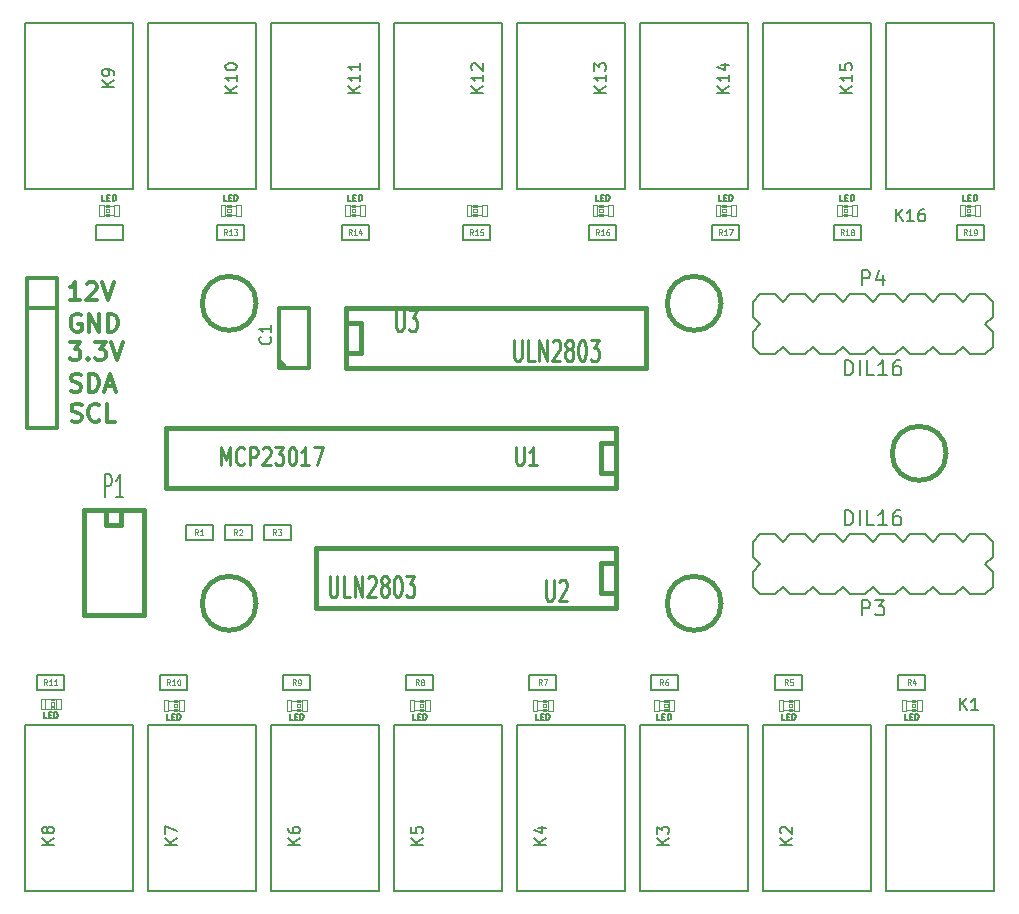
<source format=gto>
G04 (created by PCBNEW (2013-07-07 BZR 4022)-stable) date 3/14/2014 4:09:09 PM*
%MOIN*%
G04 Gerber Fmt 3.4, Leading zero omitted, Abs format*
%FSLAX34Y34*%
G01*
G70*
G90*
G04 APERTURE LIST*
%ADD10C,0.00590551*%
%ADD11C,0.011811*%
%ADD12C,0.005*%
%ADD13C,0.012*%
%ADD14C,0.0026*%
%ADD15C,0.004*%
%ADD16C,0.015*%
%ADD17C,0.00787402*%
%ADD18C,0.0045*%
%ADD19C,0.008*%
%ADD20C,0.01125*%
G04 APERTURE END LIST*
G54D10*
G54D11*
X41178Y-39148D02*
X41543Y-39148D01*
X41346Y-39373D01*
X41431Y-39373D01*
X41487Y-39401D01*
X41515Y-39429D01*
X41543Y-39485D01*
X41543Y-39626D01*
X41515Y-39682D01*
X41487Y-39710D01*
X41431Y-39739D01*
X41262Y-39739D01*
X41206Y-39710D01*
X41178Y-39682D01*
X41796Y-39682D02*
X41825Y-39710D01*
X41796Y-39739D01*
X41768Y-39710D01*
X41796Y-39682D01*
X41796Y-39739D01*
X42021Y-39148D02*
X42387Y-39148D01*
X42190Y-39373D01*
X42274Y-39373D01*
X42331Y-39401D01*
X42359Y-39429D01*
X42387Y-39485D01*
X42387Y-39626D01*
X42359Y-39682D01*
X42331Y-39710D01*
X42274Y-39739D01*
X42106Y-39739D01*
X42050Y-39710D01*
X42021Y-39682D01*
X42556Y-39148D02*
X42753Y-39739D01*
X42949Y-39148D01*
X41550Y-38226D02*
X41493Y-38198D01*
X41409Y-38198D01*
X41325Y-38226D01*
X41268Y-38282D01*
X41240Y-38339D01*
X41212Y-38451D01*
X41212Y-38535D01*
X41240Y-38648D01*
X41268Y-38704D01*
X41325Y-38760D01*
X41409Y-38789D01*
X41465Y-38789D01*
X41550Y-38760D01*
X41578Y-38732D01*
X41578Y-38535D01*
X41465Y-38535D01*
X41831Y-38789D02*
X41831Y-38198D01*
X42168Y-38789D01*
X42168Y-38198D01*
X42449Y-38789D02*
X42449Y-38198D01*
X42590Y-38198D01*
X42674Y-38226D01*
X42731Y-38282D01*
X42759Y-38339D01*
X42787Y-38451D01*
X42787Y-38535D01*
X42759Y-38648D01*
X42731Y-38704D01*
X42674Y-38760D01*
X42590Y-38789D01*
X42449Y-38789D01*
X41246Y-41760D02*
X41331Y-41789D01*
X41471Y-41789D01*
X41528Y-41760D01*
X41556Y-41732D01*
X41584Y-41676D01*
X41584Y-41620D01*
X41556Y-41564D01*
X41528Y-41535D01*
X41471Y-41507D01*
X41359Y-41479D01*
X41303Y-41451D01*
X41275Y-41423D01*
X41246Y-41367D01*
X41246Y-41310D01*
X41275Y-41254D01*
X41303Y-41226D01*
X41359Y-41198D01*
X41500Y-41198D01*
X41584Y-41226D01*
X42174Y-41732D02*
X42146Y-41760D01*
X42062Y-41789D01*
X42006Y-41789D01*
X41921Y-41760D01*
X41865Y-41704D01*
X41837Y-41648D01*
X41809Y-41535D01*
X41809Y-41451D01*
X41837Y-41339D01*
X41865Y-41282D01*
X41921Y-41226D01*
X42006Y-41198D01*
X42062Y-41198D01*
X42146Y-41226D01*
X42174Y-41254D01*
X42709Y-41789D02*
X42428Y-41789D01*
X42428Y-41198D01*
X41232Y-40760D02*
X41317Y-40789D01*
X41457Y-40789D01*
X41514Y-40760D01*
X41542Y-40732D01*
X41570Y-40676D01*
X41570Y-40620D01*
X41542Y-40564D01*
X41514Y-40535D01*
X41457Y-40507D01*
X41345Y-40479D01*
X41289Y-40451D01*
X41261Y-40423D01*
X41232Y-40367D01*
X41232Y-40310D01*
X41261Y-40254D01*
X41289Y-40226D01*
X41345Y-40198D01*
X41485Y-40198D01*
X41570Y-40226D01*
X41823Y-40789D02*
X41823Y-40198D01*
X41964Y-40198D01*
X42048Y-40226D01*
X42104Y-40282D01*
X42132Y-40339D01*
X42160Y-40451D01*
X42160Y-40535D01*
X42132Y-40648D01*
X42104Y-40704D01*
X42048Y-40760D01*
X41964Y-40789D01*
X41823Y-40789D01*
X42385Y-40620D02*
X42667Y-40620D01*
X42329Y-40789D02*
X42526Y-40198D01*
X42723Y-40789D01*
X41534Y-37739D02*
X41196Y-37739D01*
X41365Y-37739D02*
X41365Y-37148D01*
X41309Y-37232D01*
X41253Y-37289D01*
X41196Y-37317D01*
X41759Y-37204D02*
X41787Y-37176D01*
X41843Y-37148D01*
X41984Y-37148D01*
X42040Y-37176D01*
X42068Y-37204D01*
X42096Y-37260D01*
X42096Y-37317D01*
X42068Y-37401D01*
X41731Y-37739D01*
X42096Y-37739D01*
X42265Y-37148D02*
X42462Y-37739D01*
X42659Y-37148D01*
G54D12*
X62600Y-35250D02*
X63500Y-35250D01*
X63500Y-35250D02*
X63500Y-35750D01*
X63500Y-35750D02*
X62600Y-35750D01*
X62600Y-35750D02*
X62600Y-35250D01*
X58500Y-35250D02*
X59400Y-35250D01*
X59400Y-35250D02*
X59400Y-35750D01*
X59400Y-35750D02*
X58500Y-35750D01*
X58500Y-35750D02*
X58500Y-35250D01*
X66650Y-35250D02*
X67550Y-35250D01*
X67550Y-35250D02*
X67550Y-35750D01*
X67550Y-35750D02*
X66650Y-35750D01*
X66650Y-35750D02*
X66650Y-35250D01*
X46100Y-35250D02*
X47000Y-35250D01*
X47000Y-35250D02*
X47000Y-35750D01*
X47000Y-35750D02*
X46100Y-35750D01*
X46100Y-35750D02*
X46100Y-35250D01*
X61450Y-50750D02*
X60550Y-50750D01*
X60550Y-50750D02*
X60550Y-50250D01*
X60550Y-50250D02*
X61450Y-50250D01*
X61450Y-50250D02*
X61450Y-50750D01*
X49200Y-50750D02*
X48300Y-50750D01*
X48300Y-50750D02*
X48300Y-50250D01*
X48300Y-50250D02*
X49200Y-50250D01*
X49200Y-50250D02*
X49200Y-50750D01*
X45100Y-50750D02*
X44200Y-50750D01*
X44200Y-50750D02*
X44200Y-50250D01*
X44200Y-50250D02*
X45100Y-50250D01*
X45100Y-50250D02*
X45100Y-50750D01*
X50250Y-35250D02*
X51150Y-35250D01*
X51150Y-35250D02*
X51150Y-35750D01*
X51150Y-35750D02*
X50250Y-35750D01*
X50250Y-35750D02*
X50250Y-35250D01*
X65600Y-50750D02*
X64700Y-50750D01*
X64700Y-50750D02*
X64700Y-50250D01*
X64700Y-50250D02*
X65600Y-50250D01*
X65600Y-50250D02*
X65600Y-50750D01*
X70750Y-35250D02*
X71650Y-35250D01*
X71650Y-35250D02*
X71650Y-35750D01*
X71650Y-35750D02*
X70750Y-35750D01*
X70750Y-35750D02*
X70750Y-35250D01*
X47650Y-45250D02*
X48550Y-45250D01*
X48550Y-45250D02*
X48550Y-45750D01*
X48550Y-45750D02*
X47650Y-45750D01*
X47650Y-45750D02*
X47650Y-45250D01*
X45050Y-45250D02*
X45950Y-45250D01*
X45950Y-45250D02*
X45950Y-45750D01*
X45950Y-45750D02*
X45050Y-45750D01*
X45050Y-45750D02*
X45050Y-45250D01*
X46350Y-45250D02*
X47250Y-45250D01*
X47250Y-45250D02*
X47250Y-45750D01*
X47250Y-45750D02*
X46350Y-45750D01*
X46350Y-45750D02*
X46350Y-45250D01*
X54300Y-35250D02*
X55200Y-35250D01*
X55200Y-35250D02*
X55200Y-35750D01*
X55200Y-35750D02*
X54300Y-35750D01*
X54300Y-35750D02*
X54300Y-35250D01*
X69700Y-50750D02*
X68800Y-50750D01*
X68800Y-50750D02*
X68800Y-50250D01*
X68800Y-50250D02*
X69700Y-50250D01*
X69700Y-50250D02*
X69700Y-50750D01*
X40100Y-50250D02*
X41000Y-50250D01*
X41000Y-50250D02*
X41000Y-50750D01*
X41000Y-50750D02*
X40100Y-50750D01*
X40100Y-50750D02*
X40100Y-50250D01*
X53300Y-50750D02*
X52400Y-50750D01*
X52400Y-50750D02*
X52400Y-50250D01*
X52400Y-50250D02*
X53300Y-50250D01*
X53300Y-50250D02*
X53300Y-50750D01*
X42050Y-35250D02*
X42950Y-35250D01*
X42950Y-35250D02*
X42950Y-35750D01*
X42950Y-35750D02*
X42050Y-35750D01*
X42050Y-35750D02*
X42050Y-35250D01*
X57400Y-50750D02*
X56500Y-50750D01*
X56500Y-50750D02*
X56500Y-50250D01*
X56500Y-50250D02*
X57400Y-50250D01*
X57400Y-50250D02*
X57400Y-50750D01*
G54D13*
X39750Y-37000D02*
X40750Y-37000D01*
X40750Y-37000D02*
X40750Y-42000D01*
X40750Y-42000D02*
X39750Y-42000D01*
X39750Y-42000D02*
X39750Y-37000D01*
X39750Y-38000D02*
X40750Y-38000D01*
G54D14*
X40727Y-51023D02*
X40727Y-51377D01*
X40727Y-51377D02*
X40884Y-51377D01*
X40884Y-51023D02*
X40884Y-51377D01*
X40727Y-51023D02*
X40884Y-51023D01*
X40216Y-51023D02*
X40216Y-51377D01*
X40216Y-51377D02*
X40373Y-51377D01*
X40373Y-51023D02*
X40373Y-51377D01*
X40216Y-51023D02*
X40373Y-51023D01*
X40550Y-51023D02*
X40550Y-51082D01*
X40550Y-51082D02*
X40668Y-51082D01*
X40668Y-51023D02*
X40668Y-51082D01*
X40550Y-51023D02*
X40668Y-51023D01*
X40550Y-51318D02*
X40550Y-51377D01*
X40550Y-51377D02*
X40668Y-51377D01*
X40668Y-51318D02*
X40668Y-51377D01*
X40550Y-51318D02*
X40668Y-51318D01*
X40550Y-51141D02*
X40550Y-51259D01*
X40550Y-51259D02*
X40668Y-51259D01*
X40668Y-51141D02*
X40668Y-51259D01*
X40550Y-51141D02*
X40668Y-51141D01*
G54D15*
X40727Y-51043D02*
X40373Y-51043D01*
X40727Y-51357D02*
X40373Y-51357D01*
G54D14*
X54573Y-34927D02*
X54573Y-34573D01*
X54573Y-34573D02*
X54416Y-34573D01*
X54416Y-34927D02*
X54416Y-34573D01*
X54573Y-34927D02*
X54416Y-34927D01*
X55084Y-34927D02*
X55084Y-34573D01*
X55084Y-34573D02*
X54927Y-34573D01*
X54927Y-34927D02*
X54927Y-34573D01*
X55084Y-34927D02*
X54927Y-34927D01*
X54750Y-34927D02*
X54750Y-34868D01*
X54750Y-34868D02*
X54632Y-34868D01*
X54632Y-34927D02*
X54632Y-34868D01*
X54750Y-34927D02*
X54632Y-34927D01*
X54750Y-34632D02*
X54750Y-34573D01*
X54750Y-34573D02*
X54632Y-34573D01*
X54632Y-34632D02*
X54632Y-34573D01*
X54750Y-34632D02*
X54632Y-34632D01*
X54750Y-34809D02*
X54750Y-34691D01*
X54750Y-34691D02*
X54632Y-34691D01*
X54632Y-34809D02*
X54632Y-34691D01*
X54750Y-34809D02*
X54632Y-34809D01*
G54D15*
X54573Y-34907D02*
X54927Y-34907D01*
X54573Y-34593D02*
X54927Y-34593D01*
G54D14*
X50523Y-34927D02*
X50523Y-34573D01*
X50523Y-34573D02*
X50366Y-34573D01*
X50366Y-34927D02*
X50366Y-34573D01*
X50523Y-34927D02*
X50366Y-34927D01*
X51034Y-34927D02*
X51034Y-34573D01*
X51034Y-34573D02*
X50877Y-34573D01*
X50877Y-34927D02*
X50877Y-34573D01*
X51034Y-34927D02*
X50877Y-34927D01*
X50700Y-34927D02*
X50700Y-34868D01*
X50700Y-34868D02*
X50582Y-34868D01*
X50582Y-34927D02*
X50582Y-34868D01*
X50700Y-34927D02*
X50582Y-34927D01*
X50700Y-34632D02*
X50700Y-34573D01*
X50700Y-34573D02*
X50582Y-34573D01*
X50582Y-34632D02*
X50582Y-34573D01*
X50700Y-34632D02*
X50582Y-34632D01*
X50700Y-34809D02*
X50700Y-34691D01*
X50700Y-34691D02*
X50582Y-34691D01*
X50582Y-34809D02*
X50582Y-34691D01*
X50700Y-34809D02*
X50582Y-34809D01*
G54D15*
X50523Y-34907D02*
X50877Y-34907D01*
X50523Y-34593D02*
X50877Y-34593D01*
G54D14*
X66923Y-34927D02*
X66923Y-34573D01*
X66923Y-34573D02*
X66766Y-34573D01*
X66766Y-34927D02*
X66766Y-34573D01*
X66923Y-34927D02*
X66766Y-34927D01*
X67434Y-34927D02*
X67434Y-34573D01*
X67434Y-34573D02*
X67277Y-34573D01*
X67277Y-34927D02*
X67277Y-34573D01*
X67434Y-34927D02*
X67277Y-34927D01*
X67100Y-34927D02*
X67100Y-34868D01*
X67100Y-34868D02*
X66982Y-34868D01*
X66982Y-34927D02*
X66982Y-34868D01*
X67100Y-34927D02*
X66982Y-34927D01*
X67100Y-34632D02*
X67100Y-34573D01*
X67100Y-34573D02*
X66982Y-34573D01*
X66982Y-34632D02*
X66982Y-34573D01*
X67100Y-34632D02*
X66982Y-34632D01*
X67100Y-34809D02*
X67100Y-34691D01*
X67100Y-34691D02*
X66982Y-34691D01*
X66982Y-34809D02*
X66982Y-34691D01*
X67100Y-34809D02*
X66982Y-34809D01*
G54D15*
X66923Y-34907D02*
X67277Y-34907D01*
X66923Y-34593D02*
X67277Y-34593D01*
G54D14*
X57127Y-51073D02*
X57127Y-51427D01*
X57127Y-51427D02*
X57284Y-51427D01*
X57284Y-51073D02*
X57284Y-51427D01*
X57127Y-51073D02*
X57284Y-51073D01*
X56616Y-51073D02*
X56616Y-51427D01*
X56616Y-51427D02*
X56773Y-51427D01*
X56773Y-51073D02*
X56773Y-51427D01*
X56616Y-51073D02*
X56773Y-51073D01*
X56950Y-51073D02*
X56950Y-51132D01*
X56950Y-51132D02*
X57068Y-51132D01*
X57068Y-51073D02*
X57068Y-51132D01*
X56950Y-51073D02*
X57068Y-51073D01*
X56950Y-51368D02*
X56950Y-51427D01*
X56950Y-51427D02*
X57068Y-51427D01*
X57068Y-51368D02*
X57068Y-51427D01*
X56950Y-51368D02*
X57068Y-51368D01*
X56950Y-51191D02*
X56950Y-51309D01*
X56950Y-51309D02*
X57068Y-51309D01*
X57068Y-51191D02*
X57068Y-51309D01*
X56950Y-51191D02*
X57068Y-51191D01*
G54D15*
X57127Y-51093D02*
X56773Y-51093D01*
X57127Y-51407D02*
X56773Y-51407D01*
G54D14*
X71023Y-34927D02*
X71023Y-34573D01*
X71023Y-34573D02*
X70866Y-34573D01*
X70866Y-34927D02*
X70866Y-34573D01*
X71023Y-34927D02*
X70866Y-34927D01*
X71534Y-34927D02*
X71534Y-34573D01*
X71534Y-34573D02*
X71377Y-34573D01*
X71377Y-34927D02*
X71377Y-34573D01*
X71534Y-34927D02*
X71377Y-34927D01*
X71200Y-34927D02*
X71200Y-34868D01*
X71200Y-34868D02*
X71082Y-34868D01*
X71082Y-34927D02*
X71082Y-34868D01*
X71200Y-34927D02*
X71082Y-34927D01*
X71200Y-34632D02*
X71200Y-34573D01*
X71200Y-34573D02*
X71082Y-34573D01*
X71082Y-34632D02*
X71082Y-34573D01*
X71200Y-34632D02*
X71082Y-34632D01*
X71200Y-34809D02*
X71200Y-34691D01*
X71200Y-34691D02*
X71082Y-34691D01*
X71082Y-34809D02*
X71082Y-34691D01*
X71200Y-34809D02*
X71082Y-34809D01*
G54D15*
X71023Y-34907D02*
X71377Y-34907D01*
X71023Y-34593D02*
X71377Y-34593D01*
G54D14*
X44827Y-51073D02*
X44827Y-51427D01*
X44827Y-51427D02*
X44984Y-51427D01*
X44984Y-51073D02*
X44984Y-51427D01*
X44827Y-51073D02*
X44984Y-51073D01*
X44316Y-51073D02*
X44316Y-51427D01*
X44316Y-51427D02*
X44473Y-51427D01*
X44473Y-51073D02*
X44473Y-51427D01*
X44316Y-51073D02*
X44473Y-51073D01*
X44650Y-51073D02*
X44650Y-51132D01*
X44650Y-51132D02*
X44768Y-51132D01*
X44768Y-51073D02*
X44768Y-51132D01*
X44650Y-51073D02*
X44768Y-51073D01*
X44650Y-51368D02*
X44650Y-51427D01*
X44650Y-51427D02*
X44768Y-51427D01*
X44768Y-51368D02*
X44768Y-51427D01*
X44650Y-51368D02*
X44768Y-51368D01*
X44650Y-51191D02*
X44650Y-51309D01*
X44650Y-51309D02*
X44768Y-51309D01*
X44768Y-51191D02*
X44768Y-51309D01*
X44650Y-51191D02*
X44768Y-51191D01*
G54D15*
X44827Y-51093D02*
X44473Y-51093D01*
X44827Y-51407D02*
X44473Y-51407D01*
G54D14*
X69427Y-51073D02*
X69427Y-51427D01*
X69427Y-51427D02*
X69584Y-51427D01*
X69584Y-51073D02*
X69584Y-51427D01*
X69427Y-51073D02*
X69584Y-51073D01*
X68916Y-51073D02*
X68916Y-51427D01*
X68916Y-51427D02*
X69073Y-51427D01*
X69073Y-51073D02*
X69073Y-51427D01*
X68916Y-51073D02*
X69073Y-51073D01*
X69250Y-51073D02*
X69250Y-51132D01*
X69250Y-51132D02*
X69368Y-51132D01*
X69368Y-51073D02*
X69368Y-51132D01*
X69250Y-51073D02*
X69368Y-51073D01*
X69250Y-51368D02*
X69250Y-51427D01*
X69250Y-51427D02*
X69368Y-51427D01*
X69368Y-51368D02*
X69368Y-51427D01*
X69250Y-51368D02*
X69368Y-51368D01*
X69250Y-51191D02*
X69250Y-51309D01*
X69250Y-51309D02*
X69368Y-51309D01*
X69368Y-51191D02*
X69368Y-51309D01*
X69250Y-51191D02*
X69368Y-51191D01*
G54D15*
X69427Y-51093D02*
X69073Y-51093D01*
X69427Y-51407D02*
X69073Y-51407D01*
G54D14*
X53027Y-51073D02*
X53027Y-51427D01*
X53027Y-51427D02*
X53184Y-51427D01*
X53184Y-51073D02*
X53184Y-51427D01*
X53027Y-51073D02*
X53184Y-51073D01*
X52516Y-51073D02*
X52516Y-51427D01*
X52516Y-51427D02*
X52673Y-51427D01*
X52673Y-51073D02*
X52673Y-51427D01*
X52516Y-51073D02*
X52673Y-51073D01*
X52850Y-51073D02*
X52850Y-51132D01*
X52850Y-51132D02*
X52968Y-51132D01*
X52968Y-51073D02*
X52968Y-51132D01*
X52850Y-51073D02*
X52968Y-51073D01*
X52850Y-51368D02*
X52850Y-51427D01*
X52850Y-51427D02*
X52968Y-51427D01*
X52968Y-51368D02*
X52968Y-51427D01*
X52850Y-51368D02*
X52968Y-51368D01*
X52850Y-51191D02*
X52850Y-51309D01*
X52850Y-51309D02*
X52968Y-51309D01*
X52968Y-51191D02*
X52968Y-51309D01*
X52850Y-51191D02*
X52968Y-51191D01*
G54D15*
X53027Y-51093D02*
X52673Y-51093D01*
X53027Y-51407D02*
X52673Y-51407D01*
G54D14*
X42323Y-34927D02*
X42323Y-34573D01*
X42323Y-34573D02*
X42166Y-34573D01*
X42166Y-34927D02*
X42166Y-34573D01*
X42323Y-34927D02*
X42166Y-34927D01*
X42834Y-34927D02*
X42834Y-34573D01*
X42834Y-34573D02*
X42677Y-34573D01*
X42677Y-34927D02*
X42677Y-34573D01*
X42834Y-34927D02*
X42677Y-34927D01*
X42500Y-34927D02*
X42500Y-34868D01*
X42500Y-34868D02*
X42382Y-34868D01*
X42382Y-34927D02*
X42382Y-34868D01*
X42500Y-34927D02*
X42382Y-34927D01*
X42500Y-34632D02*
X42500Y-34573D01*
X42500Y-34573D02*
X42382Y-34573D01*
X42382Y-34632D02*
X42382Y-34573D01*
X42500Y-34632D02*
X42382Y-34632D01*
X42500Y-34809D02*
X42500Y-34691D01*
X42500Y-34691D02*
X42382Y-34691D01*
X42382Y-34809D02*
X42382Y-34691D01*
X42500Y-34809D02*
X42382Y-34809D01*
G54D15*
X42323Y-34907D02*
X42677Y-34907D01*
X42323Y-34593D02*
X42677Y-34593D01*
G54D14*
X58773Y-34927D02*
X58773Y-34573D01*
X58773Y-34573D02*
X58616Y-34573D01*
X58616Y-34927D02*
X58616Y-34573D01*
X58773Y-34927D02*
X58616Y-34927D01*
X59284Y-34927D02*
X59284Y-34573D01*
X59284Y-34573D02*
X59127Y-34573D01*
X59127Y-34927D02*
X59127Y-34573D01*
X59284Y-34927D02*
X59127Y-34927D01*
X58950Y-34927D02*
X58950Y-34868D01*
X58950Y-34868D02*
X58832Y-34868D01*
X58832Y-34927D02*
X58832Y-34868D01*
X58950Y-34927D02*
X58832Y-34927D01*
X58950Y-34632D02*
X58950Y-34573D01*
X58950Y-34573D02*
X58832Y-34573D01*
X58832Y-34632D02*
X58832Y-34573D01*
X58950Y-34632D02*
X58832Y-34632D01*
X58950Y-34809D02*
X58950Y-34691D01*
X58950Y-34691D02*
X58832Y-34691D01*
X58832Y-34809D02*
X58832Y-34691D01*
X58950Y-34809D02*
X58832Y-34809D01*
G54D15*
X58773Y-34907D02*
X59127Y-34907D01*
X58773Y-34593D02*
X59127Y-34593D01*
G54D14*
X65327Y-51073D02*
X65327Y-51427D01*
X65327Y-51427D02*
X65484Y-51427D01*
X65484Y-51073D02*
X65484Y-51427D01*
X65327Y-51073D02*
X65484Y-51073D01*
X64816Y-51073D02*
X64816Y-51427D01*
X64816Y-51427D02*
X64973Y-51427D01*
X64973Y-51073D02*
X64973Y-51427D01*
X64816Y-51073D02*
X64973Y-51073D01*
X65150Y-51073D02*
X65150Y-51132D01*
X65150Y-51132D02*
X65268Y-51132D01*
X65268Y-51073D02*
X65268Y-51132D01*
X65150Y-51073D02*
X65268Y-51073D01*
X65150Y-51368D02*
X65150Y-51427D01*
X65150Y-51427D02*
X65268Y-51427D01*
X65268Y-51368D02*
X65268Y-51427D01*
X65150Y-51368D02*
X65268Y-51368D01*
X65150Y-51191D02*
X65150Y-51309D01*
X65150Y-51309D02*
X65268Y-51309D01*
X65268Y-51191D02*
X65268Y-51309D01*
X65150Y-51191D02*
X65268Y-51191D01*
G54D15*
X65327Y-51093D02*
X64973Y-51093D01*
X65327Y-51407D02*
X64973Y-51407D01*
G54D14*
X48927Y-51073D02*
X48927Y-51427D01*
X48927Y-51427D02*
X49084Y-51427D01*
X49084Y-51073D02*
X49084Y-51427D01*
X48927Y-51073D02*
X49084Y-51073D01*
X48416Y-51073D02*
X48416Y-51427D01*
X48416Y-51427D02*
X48573Y-51427D01*
X48573Y-51073D02*
X48573Y-51427D01*
X48416Y-51073D02*
X48573Y-51073D01*
X48750Y-51073D02*
X48750Y-51132D01*
X48750Y-51132D02*
X48868Y-51132D01*
X48868Y-51073D02*
X48868Y-51132D01*
X48750Y-51073D02*
X48868Y-51073D01*
X48750Y-51368D02*
X48750Y-51427D01*
X48750Y-51427D02*
X48868Y-51427D01*
X48868Y-51368D02*
X48868Y-51427D01*
X48750Y-51368D02*
X48868Y-51368D01*
X48750Y-51191D02*
X48750Y-51309D01*
X48750Y-51309D02*
X48868Y-51309D01*
X48868Y-51191D02*
X48868Y-51309D01*
X48750Y-51191D02*
X48868Y-51191D01*
G54D15*
X48927Y-51093D02*
X48573Y-51093D01*
X48927Y-51407D02*
X48573Y-51407D01*
G54D14*
X46373Y-34927D02*
X46373Y-34573D01*
X46373Y-34573D02*
X46216Y-34573D01*
X46216Y-34927D02*
X46216Y-34573D01*
X46373Y-34927D02*
X46216Y-34927D01*
X46884Y-34927D02*
X46884Y-34573D01*
X46884Y-34573D02*
X46727Y-34573D01*
X46727Y-34927D02*
X46727Y-34573D01*
X46884Y-34927D02*
X46727Y-34927D01*
X46550Y-34927D02*
X46550Y-34868D01*
X46550Y-34868D02*
X46432Y-34868D01*
X46432Y-34927D02*
X46432Y-34868D01*
X46550Y-34927D02*
X46432Y-34927D01*
X46550Y-34632D02*
X46550Y-34573D01*
X46550Y-34573D02*
X46432Y-34573D01*
X46432Y-34632D02*
X46432Y-34573D01*
X46550Y-34632D02*
X46432Y-34632D01*
X46550Y-34809D02*
X46550Y-34691D01*
X46550Y-34691D02*
X46432Y-34691D01*
X46432Y-34809D02*
X46432Y-34691D01*
X46550Y-34809D02*
X46432Y-34809D01*
G54D15*
X46373Y-34907D02*
X46727Y-34907D01*
X46373Y-34593D02*
X46727Y-34593D01*
G54D14*
X62873Y-34927D02*
X62873Y-34573D01*
X62873Y-34573D02*
X62716Y-34573D01*
X62716Y-34927D02*
X62716Y-34573D01*
X62873Y-34927D02*
X62716Y-34927D01*
X63384Y-34927D02*
X63384Y-34573D01*
X63384Y-34573D02*
X63227Y-34573D01*
X63227Y-34927D02*
X63227Y-34573D01*
X63384Y-34927D02*
X63227Y-34927D01*
X63050Y-34927D02*
X63050Y-34868D01*
X63050Y-34868D02*
X62932Y-34868D01*
X62932Y-34927D02*
X62932Y-34868D01*
X63050Y-34927D02*
X62932Y-34927D01*
X63050Y-34632D02*
X63050Y-34573D01*
X63050Y-34573D02*
X62932Y-34573D01*
X62932Y-34632D02*
X62932Y-34573D01*
X63050Y-34632D02*
X62932Y-34632D01*
X63050Y-34809D02*
X63050Y-34691D01*
X63050Y-34691D02*
X62932Y-34691D01*
X62932Y-34809D02*
X62932Y-34691D01*
X63050Y-34809D02*
X62932Y-34809D01*
G54D15*
X62873Y-34907D02*
X63227Y-34907D01*
X62873Y-34593D02*
X63227Y-34593D01*
G54D14*
X61177Y-51073D02*
X61177Y-51427D01*
X61177Y-51427D02*
X61334Y-51427D01*
X61334Y-51073D02*
X61334Y-51427D01*
X61177Y-51073D02*
X61334Y-51073D01*
X60666Y-51073D02*
X60666Y-51427D01*
X60666Y-51427D02*
X60823Y-51427D01*
X60823Y-51073D02*
X60823Y-51427D01*
X60666Y-51073D02*
X60823Y-51073D01*
X61000Y-51073D02*
X61000Y-51132D01*
X61000Y-51132D02*
X61118Y-51132D01*
X61118Y-51073D02*
X61118Y-51132D01*
X61000Y-51073D02*
X61118Y-51073D01*
X61000Y-51368D02*
X61000Y-51427D01*
X61000Y-51427D02*
X61118Y-51427D01*
X61118Y-51368D02*
X61118Y-51427D01*
X61000Y-51368D02*
X61118Y-51368D01*
X61000Y-51191D02*
X61000Y-51309D01*
X61000Y-51309D02*
X61118Y-51309D01*
X61118Y-51191D02*
X61118Y-51309D01*
X61000Y-51191D02*
X61118Y-51191D01*
G54D15*
X61177Y-51093D02*
X60823Y-51093D01*
X61177Y-51407D02*
X60823Y-51407D01*
G54D16*
X43650Y-44750D02*
X43650Y-48250D01*
X43650Y-48250D02*
X41650Y-48250D01*
X41650Y-48250D02*
X41650Y-44750D01*
X41650Y-44750D02*
X43650Y-44750D01*
X42900Y-44750D02*
X42900Y-45250D01*
X42900Y-45250D02*
X42400Y-45250D01*
X42400Y-45250D02*
X42400Y-44750D01*
X59400Y-44000D02*
X44400Y-44000D01*
X44400Y-44000D02*
X44400Y-42000D01*
X44400Y-42000D02*
X59400Y-42000D01*
X59400Y-42000D02*
X59400Y-44000D01*
X59400Y-43500D02*
X58900Y-43500D01*
X58900Y-43500D02*
X58900Y-42500D01*
X58900Y-42500D02*
X59400Y-42500D01*
X50400Y-38500D02*
X50900Y-38500D01*
X50900Y-38500D02*
X50900Y-39500D01*
X50900Y-39500D02*
X50400Y-39500D01*
X50400Y-38000D02*
X60400Y-38000D01*
X60400Y-38000D02*
X60400Y-40000D01*
X60400Y-40000D02*
X50400Y-40000D01*
X50400Y-40000D02*
X50400Y-38000D01*
X59400Y-47500D02*
X58900Y-47500D01*
X58900Y-47500D02*
X58900Y-46500D01*
X58900Y-46500D02*
X59400Y-46500D01*
X59400Y-48000D02*
X49400Y-48000D01*
X49400Y-48000D02*
X49400Y-46000D01*
X49400Y-46000D02*
X59400Y-46000D01*
X59400Y-46000D02*
X59400Y-48000D01*
G54D13*
X48150Y-39980D02*
X48150Y-38000D01*
X48150Y-38000D02*
X49150Y-38000D01*
X49150Y-38000D02*
X49150Y-40000D01*
X49150Y-40000D02*
X48150Y-40000D01*
X48400Y-40000D02*
X48150Y-39750D01*
G54D10*
X39700Y-28500D02*
X39700Y-34050D01*
X39700Y-34050D02*
X43300Y-34050D01*
X43300Y-34050D02*
X43300Y-28500D01*
X41500Y-28500D02*
X39700Y-28500D01*
X41500Y-28500D02*
X43300Y-28500D01*
X43800Y-28500D02*
X43800Y-34050D01*
X43800Y-34050D02*
X47400Y-34050D01*
X47400Y-34050D02*
X47400Y-28500D01*
X45600Y-28500D02*
X43800Y-28500D01*
X45600Y-28500D02*
X47400Y-28500D01*
X47900Y-28500D02*
X47900Y-34050D01*
X47900Y-34050D02*
X51500Y-34050D01*
X51500Y-34050D02*
X51500Y-28500D01*
X49700Y-28500D02*
X47900Y-28500D01*
X49700Y-28500D02*
X51500Y-28500D01*
X52000Y-28500D02*
X52000Y-34050D01*
X52000Y-34050D02*
X55600Y-34050D01*
X55600Y-34050D02*
X55600Y-28500D01*
X53800Y-28500D02*
X52000Y-28500D01*
X53800Y-28500D02*
X55600Y-28500D01*
X56100Y-28500D02*
X56100Y-34050D01*
X56100Y-34050D02*
X59700Y-34050D01*
X59700Y-34050D02*
X59700Y-28500D01*
X57900Y-28500D02*
X56100Y-28500D01*
X57900Y-28500D02*
X59700Y-28500D01*
X60200Y-28500D02*
X60200Y-34050D01*
X60200Y-34050D02*
X63800Y-34050D01*
X63800Y-34050D02*
X63800Y-28500D01*
X62000Y-28500D02*
X60200Y-28500D01*
X62000Y-28500D02*
X63800Y-28500D01*
X64300Y-28500D02*
X64300Y-34050D01*
X64300Y-34050D02*
X67900Y-34050D01*
X67900Y-34050D02*
X67900Y-28500D01*
X66100Y-28500D02*
X64300Y-28500D01*
X66100Y-28500D02*
X67900Y-28500D01*
X68400Y-28500D02*
X68400Y-34050D01*
X68400Y-34050D02*
X72000Y-34050D01*
X72000Y-34050D02*
X72000Y-28500D01*
X70200Y-28500D02*
X68400Y-28500D01*
X70200Y-28500D02*
X72000Y-28500D01*
X43300Y-57450D02*
X43300Y-51900D01*
X43300Y-51900D02*
X39700Y-51900D01*
X39700Y-51900D02*
X39700Y-57450D01*
X41500Y-57450D02*
X43300Y-57450D01*
X41500Y-57450D02*
X39700Y-57450D01*
X47400Y-57450D02*
X47400Y-51900D01*
X47400Y-51900D02*
X43800Y-51900D01*
X43800Y-51900D02*
X43800Y-57450D01*
X45600Y-57450D02*
X47400Y-57450D01*
X45600Y-57450D02*
X43800Y-57450D01*
X51500Y-57450D02*
X51500Y-51900D01*
X51500Y-51900D02*
X47900Y-51900D01*
X47900Y-51900D02*
X47900Y-57450D01*
X49700Y-57450D02*
X51500Y-57450D01*
X49700Y-57450D02*
X47900Y-57450D01*
X55600Y-57450D02*
X55600Y-51900D01*
X55600Y-51900D02*
X52000Y-51900D01*
X52000Y-51900D02*
X52000Y-57450D01*
X53800Y-57450D02*
X55600Y-57450D01*
X53800Y-57450D02*
X52000Y-57450D01*
X59700Y-57450D02*
X59700Y-51900D01*
X59700Y-51900D02*
X56100Y-51900D01*
X56100Y-51900D02*
X56100Y-57450D01*
X57900Y-57450D02*
X59700Y-57450D01*
X57900Y-57450D02*
X56100Y-57450D01*
X63800Y-57450D02*
X63800Y-51900D01*
X63800Y-51900D02*
X60200Y-51900D01*
X60200Y-51900D02*
X60200Y-57450D01*
X62000Y-57450D02*
X63800Y-57450D01*
X62000Y-57450D02*
X60200Y-57450D01*
X67900Y-57450D02*
X67900Y-51900D01*
X67900Y-51900D02*
X64300Y-51900D01*
X64300Y-51900D02*
X64300Y-57450D01*
X66100Y-57450D02*
X67900Y-57450D01*
X66100Y-57450D02*
X64300Y-57450D01*
X72000Y-57450D02*
X72000Y-51900D01*
X72000Y-51900D02*
X68400Y-51900D01*
X68400Y-51900D02*
X68400Y-57450D01*
X70200Y-57450D02*
X72000Y-57450D01*
X70200Y-57450D02*
X68400Y-57450D01*
G54D17*
X65700Y-47550D02*
X65200Y-47550D01*
X65200Y-47550D02*
X64950Y-47300D01*
X64950Y-47300D02*
X64700Y-47550D01*
X65700Y-45550D02*
X65200Y-45550D01*
X65200Y-45550D02*
X64950Y-45800D01*
X64950Y-45800D02*
X64700Y-45550D01*
X66200Y-47550D02*
X65950Y-47300D01*
X65950Y-47300D02*
X65700Y-47550D01*
X64700Y-47550D02*
X64200Y-47550D01*
X66200Y-45550D02*
X65950Y-45800D01*
X65950Y-45800D02*
X65700Y-45550D01*
X64700Y-45550D02*
X64200Y-45550D01*
X67200Y-47550D02*
X66950Y-47300D01*
X66950Y-47300D02*
X66700Y-47550D01*
X66700Y-47550D02*
X66200Y-47550D01*
X67200Y-45550D02*
X66950Y-45800D01*
X66950Y-45800D02*
X66700Y-45550D01*
X66700Y-45550D02*
X66200Y-45550D01*
X68700Y-45550D02*
X68200Y-45550D01*
X68200Y-45550D02*
X67950Y-45800D01*
X67950Y-45800D02*
X67700Y-45550D01*
X68700Y-47550D02*
X68200Y-47550D01*
X68200Y-47550D02*
X67950Y-47300D01*
X67950Y-47300D02*
X67700Y-47550D01*
X69200Y-45550D02*
X68950Y-45800D01*
X68950Y-45800D02*
X68700Y-45550D01*
X67700Y-45550D02*
X67200Y-45550D01*
X69200Y-47550D02*
X68950Y-47300D01*
X68950Y-47300D02*
X68700Y-47550D01*
X67700Y-47550D02*
X67200Y-47550D01*
X70200Y-45550D02*
X69950Y-45800D01*
X69950Y-45800D02*
X69700Y-45550D01*
X69700Y-45550D02*
X69200Y-45550D01*
X70200Y-47550D02*
X69950Y-47300D01*
X69950Y-47300D02*
X69700Y-47550D01*
X69700Y-47550D02*
X69200Y-47550D01*
X63950Y-47300D02*
X63950Y-46800D01*
X63950Y-46800D02*
X64200Y-46550D01*
X64200Y-46550D02*
X63950Y-46300D01*
X63950Y-46300D02*
X63950Y-45800D01*
X71950Y-47300D02*
X71950Y-46800D01*
X71950Y-46800D02*
X71700Y-46550D01*
X71700Y-46550D02*
X71950Y-46300D01*
X71950Y-46300D02*
X71950Y-45800D01*
X71950Y-47300D02*
X71700Y-47550D01*
X71700Y-47550D02*
X71200Y-47550D01*
X71200Y-47550D02*
X70950Y-47300D01*
X70950Y-47300D02*
X70700Y-47550D01*
X70700Y-47550D02*
X70200Y-47550D01*
X64200Y-47550D02*
X63950Y-47300D01*
X63950Y-45800D02*
X64200Y-45550D01*
X70200Y-45550D02*
X70700Y-45550D01*
X70700Y-45550D02*
X70950Y-45800D01*
X70950Y-45800D02*
X71200Y-45550D01*
X71200Y-45550D02*
X71700Y-45550D01*
X71700Y-45550D02*
X71950Y-45800D01*
X70200Y-37550D02*
X70700Y-37550D01*
X70700Y-37550D02*
X70950Y-37800D01*
X70950Y-37800D02*
X71200Y-37550D01*
X70200Y-39550D02*
X70700Y-39550D01*
X70700Y-39550D02*
X70950Y-39300D01*
X70950Y-39300D02*
X71200Y-39550D01*
X69700Y-37550D02*
X69950Y-37800D01*
X69950Y-37800D02*
X70200Y-37550D01*
X71200Y-37550D02*
X71700Y-37550D01*
X69700Y-39550D02*
X69950Y-39300D01*
X69950Y-39300D02*
X70200Y-39550D01*
X71200Y-39550D02*
X71700Y-39550D01*
X68700Y-37550D02*
X68950Y-37800D01*
X68950Y-37800D02*
X69200Y-37550D01*
X69200Y-37550D02*
X69700Y-37550D01*
X68700Y-39550D02*
X68950Y-39300D01*
X68950Y-39300D02*
X69200Y-39550D01*
X69200Y-39550D02*
X69700Y-39550D01*
X67200Y-39550D02*
X67700Y-39550D01*
X67700Y-39550D02*
X67950Y-39300D01*
X67950Y-39300D02*
X68200Y-39550D01*
X67200Y-37550D02*
X67700Y-37550D01*
X67700Y-37550D02*
X67950Y-37800D01*
X67950Y-37800D02*
X68200Y-37550D01*
X66700Y-39550D02*
X66950Y-39300D01*
X66950Y-39300D02*
X67200Y-39550D01*
X68200Y-39550D02*
X68700Y-39550D01*
X66700Y-37550D02*
X66950Y-37800D01*
X66950Y-37800D02*
X67200Y-37550D01*
X68200Y-37550D02*
X68700Y-37550D01*
X65700Y-39550D02*
X65950Y-39300D01*
X65950Y-39300D02*
X66200Y-39550D01*
X66200Y-39550D02*
X66700Y-39550D01*
X65700Y-37550D02*
X65950Y-37800D01*
X65950Y-37800D02*
X66200Y-37550D01*
X66200Y-37550D02*
X66700Y-37550D01*
X71950Y-37800D02*
X71950Y-38300D01*
X71950Y-38300D02*
X71700Y-38550D01*
X71700Y-38550D02*
X71950Y-38800D01*
X71950Y-38800D02*
X71950Y-39300D01*
X63950Y-37800D02*
X63950Y-38300D01*
X63950Y-38300D02*
X64200Y-38550D01*
X64200Y-38550D02*
X63950Y-38800D01*
X63950Y-38800D02*
X63950Y-39300D01*
X63950Y-37800D02*
X64200Y-37550D01*
X64200Y-37550D02*
X64700Y-37550D01*
X64700Y-37550D02*
X64950Y-37800D01*
X64950Y-37800D02*
X65200Y-37550D01*
X65200Y-37550D02*
X65700Y-37550D01*
X71700Y-37550D02*
X71950Y-37800D01*
X71950Y-39300D02*
X71700Y-39550D01*
X65700Y-39550D02*
X65200Y-39550D01*
X65200Y-39550D02*
X64950Y-39300D01*
X64950Y-39300D02*
X64700Y-39550D01*
X64700Y-39550D02*
X64200Y-39550D01*
X64200Y-39550D02*
X63950Y-39300D01*
G54D16*
X47400Y-47850D02*
G75*
G03X47400Y-47850I-900J0D01*
G74*
G01*
X47400Y-37850D02*
G75*
G03X47400Y-37850I-900J0D01*
G74*
G01*
X62900Y-37850D02*
G75*
G03X62900Y-37850I-900J0D01*
G74*
G01*
X62900Y-47850D02*
G75*
G03X62900Y-47850I-900J0D01*
G74*
G01*
X70400Y-42850D02*
G75*
G03X70400Y-42850I-900J0D01*
G74*
G01*
G54D18*
X62934Y-35580D02*
X62874Y-35485D01*
X62831Y-35580D02*
X62831Y-35380D01*
X62900Y-35380D01*
X62917Y-35390D01*
X62925Y-35400D01*
X62934Y-35419D01*
X62934Y-35447D01*
X62925Y-35466D01*
X62917Y-35476D01*
X62900Y-35485D01*
X62831Y-35485D01*
X63105Y-35580D02*
X63002Y-35580D01*
X63054Y-35580D02*
X63054Y-35380D01*
X63037Y-35409D01*
X63020Y-35428D01*
X63002Y-35438D01*
X63165Y-35380D02*
X63285Y-35380D01*
X63208Y-35580D01*
X58834Y-35580D02*
X58774Y-35485D01*
X58731Y-35580D02*
X58731Y-35380D01*
X58800Y-35380D01*
X58817Y-35390D01*
X58825Y-35400D01*
X58834Y-35419D01*
X58834Y-35447D01*
X58825Y-35466D01*
X58817Y-35476D01*
X58800Y-35485D01*
X58731Y-35485D01*
X59005Y-35580D02*
X58902Y-35580D01*
X58954Y-35580D02*
X58954Y-35380D01*
X58937Y-35409D01*
X58920Y-35428D01*
X58902Y-35438D01*
X59160Y-35380D02*
X59125Y-35380D01*
X59108Y-35390D01*
X59100Y-35400D01*
X59082Y-35428D01*
X59074Y-35466D01*
X59074Y-35542D01*
X59082Y-35561D01*
X59091Y-35571D01*
X59108Y-35580D01*
X59142Y-35580D01*
X59160Y-35571D01*
X59168Y-35561D01*
X59177Y-35542D01*
X59177Y-35495D01*
X59168Y-35476D01*
X59160Y-35466D01*
X59142Y-35457D01*
X59108Y-35457D01*
X59091Y-35466D01*
X59082Y-35476D01*
X59074Y-35495D01*
X66984Y-35580D02*
X66924Y-35485D01*
X66881Y-35580D02*
X66881Y-35380D01*
X66950Y-35380D01*
X66967Y-35390D01*
X66975Y-35400D01*
X66984Y-35419D01*
X66984Y-35447D01*
X66975Y-35466D01*
X66967Y-35476D01*
X66950Y-35485D01*
X66881Y-35485D01*
X67155Y-35580D02*
X67052Y-35580D01*
X67104Y-35580D02*
X67104Y-35380D01*
X67087Y-35409D01*
X67070Y-35428D01*
X67052Y-35438D01*
X67258Y-35466D02*
X67241Y-35457D01*
X67232Y-35447D01*
X67224Y-35428D01*
X67224Y-35419D01*
X67232Y-35400D01*
X67241Y-35390D01*
X67258Y-35380D01*
X67292Y-35380D01*
X67310Y-35390D01*
X67318Y-35400D01*
X67327Y-35419D01*
X67327Y-35428D01*
X67318Y-35447D01*
X67310Y-35457D01*
X67292Y-35466D01*
X67258Y-35466D01*
X67241Y-35476D01*
X67232Y-35485D01*
X67224Y-35504D01*
X67224Y-35542D01*
X67232Y-35561D01*
X67241Y-35571D01*
X67258Y-35580D01*
X67292Y-35580D01*
X67310Y-35571D01*
X67318Y-35561D01*
X67327Y-35542D01*
X67327Y-35504D01*
X67318Y-35485D01*
X67310Y-35476D01*
X67292Y-35466D01*
X46434Y-35580D02*
X46374Y-35485D01*
X46331Y-35580D02*
X46331Y-35380D01*
X46400Y-35380D01*
X46417Y-35390D01*
X46425Y-35400D01*
X46434Y-35419D01*
X46434Y-35447D01*
X46425Y-35466D01*
X46417Y-35476D01*
X46400Y-35485D01*
X46331Y-35485D01*
X46605Y-35580D02*
X46502Y-35580D01*
X46554Y-35580D02*
X46554Y-35380D01*
X46537Y-35409D01*
X46520Y-35428D01*
X46502Y-35438D01*
X46665Y-35380D02*
X46777Y-35380D01*
X46717Y-35457D01*
X46742Y-35457D01*
X46760Y-35466D01*
X46768Y-35476D01*
X46777Y-35495D01*
X46777Y-35542D01*
X46768Y-35561D01*
X46760Y-35571D01*
X46742Y-35580D01*
X46691Y-35580D01*
X46674Y-35571D01*
X46665Y-35561D01*
X60970Y-50580D02*
X60910Y-50485D01*
X60867Y-50580D02*
X60867Y-50380D01*
X60935Y-50380D01*
X60952Y-50390D01*
X60961Y-50400D01*
X60970Y-50419D01*
X60970Y-50447D01*
X60961Y-50466D01*
X60952Y-50476D01*
X60935Y-50485D01*
X60867Y-50485D01*
X61124Y-50380D02*
X61090Y-50380D01*
X61072Y-50390D01*
X61064Y-50400D01*
X61047Y-50428D01*
X61038Y-50466D01*
X61038Y-50542D01*
X61047Y-50561D01*
X61055Y-50571D01*
X61072Y-50580D01*
X61107Y-50580D01*
X61124Y-50571D01*
X61132Y-50561D01*
X61141Y-50542D01*
X61141Y-50495D01*
X61132Y-50476D01*
X61124Y-50466D01*
X61107Y-50457D01*
X61072Y-50457D01*
X61055Y-50466D01*
X61047Y-50476D01*
X61038Y-50495D01*
X48720Y-50580D02*
X48660Y-50485D01*
X48617Y-50580D02*
X48617Y-50380D01*
X48685Y-50380D01*
X48702Y-50390D01*
X48711Y-50400D01*
X48720Y-50419D01*
X48720Y-50447D01*
X48711Y-50466D01*
X48702Y-50476D01*
X48685Y-50485D01*
X48617Y-50485D01*
X48805Y-50580D02*
X48840Y-50580D01*
X48857Y-50571D01*
X48865Y-50561D01*
X48882Y-50533D01*
X48891Y-50495D01*
X48891Y-50419D01*
X48882Y-50400D01*
X48874Y-50390D01*
X48857Y-50380D01*
X48822Y-50380D01*
X48805Y-50390D01*
X48797Y-50400D01*
X48788Y-50419D01*
X48788Y-50466D01*
X48797Y-50485D01*
X48805Y-50495D01*
X48822Y-50504D01*
X48857Y-50504D01*
X48874Y-50495D01*
X48882Y-50485D01*
X48891Y-50466D01*
X44534Y-50580D02*
X44474Y-50485D01*
X44431Y-50580D02*
X44431Y-50380D01*
X44500Y-50380D01*
X44517Y-50390D01*
X44525Y-50400D01*
X44534Y-50419D01*
X44534Y-50447D01*
X44525Y-50466D01*
X44517Y-50476D01*
X44500Y-50485D01*
X44431Y-50485D01*
X44705Y-50580D02*
X44602Y-50580D01*
X44654Y-50580D02*
X44654Y-50380D01*
X44637Y-50409D01*
X44620Y-50428D01*
X44602Y-50438D01*
X44817Y-50380D02*
X44834Y-50380D01*
X44851Y-50390D01*
X44860Y-50400D01*
X44868Y-50419D01*
X44877Y-50457D01*
X44877Y-50504D01*
X44868Y-50542D01*
X44860Y-50561D01*
X44851Y-50571D01*
X44834Y-50580D01*
X44817Y-50580D01*
X44800Y-50571D01*
X44791Y-50561D01*
X44782Y-50542D01*
X44774Y-50504D01*
X44774Y-50457D01*
X44782Y-50419D01*
X44791Y-50400D01*
X44800Y-50390D01*
X44817Y-50380D01*
X50584Y-35580D02*
X50524Y-35485D01*
X50481Y-35580D02*
X50481Y-35380D01*
X50550Y-35380D01*
X50567Y-35390D01*
X50575Y-35400D01*
X50584Y-35419D01*
X50584Y-35447D01*
X50575Y-35466D01*
X50567Y-35476D01*
X50550Y-35485D01*
X50481Y-35485D01*
X50755Y-35580D02*
X50652Y-35580D01*
X50704Y-35580D02*
X50704Y-35380D01*
X50687Y-35409D01*
X50670Y-35428D01*
X50652Y-35438D01*
X50910Y-35447D02*
X50910Y-35580D01*
X50867Y-35371D02*
X50824Y-35514D01*
X50935Y-35514D01*
X65120Y-50580D02*
X65060Y-50485D01*
X65017Y-50580D02*
X65017Y-50380D01*
X65085Y-50380D01*
X65102Y-50390D01*
X65111Y-50400D01*
X65120Y-50419D01*
X65120Y-50447D01*
X65111Y-50466D01*
X65102Y-50476D01*
X65085Y-50485D01*
X65017Y-50485D01*
X65282Y-50380D02*
X65197Y-50380D01*
X65188Y-50476D01*
X65197Y-50466D01*
X65214Y-50457D01*
X65257Y-50457D01*
X65274Y-50466D01*
X65282Y-50476D01*
X65291Y-50495D01*
X65291Y-50542D01*
X65282Y-50561D01*
X65274Y-50571D01*
X65257Y-50580D01*
X65214Y-50580D01*
X65197Y-50571D01*
X65188Y-50561D01*
X71084Y-35580D02*
X71024Y-35485D01*
X70981Y-35580D02*
X70981Y-35380D01*
X71050Y-35380D01*
X71067Y-35390D01*
X71075Y-35400D01*
X71084Y-35419D01*
X71084Y-35447D01*
X71075Y-35466D01*
X71067Y-35476D01*
X71050Y-35485D01*
X70981Y-35485D01*
X71255Y-35580D02*
X71152Y-35580D01*
X71204Y-35580D02*
X71204Y-35380D01*
X71187Y-35409D01*
X71170Y-35428D01*
X71152Y-35438D01*
X71341Y-35580D02*
X71375Y-35580D01*
X71392Y-35571D01*
X71401Y-35561D01*
X71418Y-35533D01*
X71427Y-35495D01*
X71427Y-35419D01*
X71418Y-35400D01*
X71410Y-35390D01*
X71392Y-35380D01*
X71358Y-35380D01*
X71341Y-35390D01*
X71332Y-35400D01*
X71324Y-35419D01*
X71324Y-35466D01*
X71332Y-35485D01*
X71341Y-35495D01*
X71358Y-35504D01*
X71392Y-35504D01*
X71410Y-35495D01*
X71418Y-35485D01*
X71427Y-35466D01*
X48070Y-45580D02*
X48010Y-45485D01*
X47967Y-45580D02*
X47967Y-45380D01*
X48035Y-45380D01*
X48052Y-45390D01*
X48061Y-45400D01*
X48070Y-45419D01*
X48070Y-45447D01*
X48061Y-45466D01*
X48052Y-45476D01*
X48035Y-45485D01*
X47967Y-45485D01*
X48130Y-45380D02*
X48241Y-45380D01*
X48181Y-45457D01*
X48207Y-45457D01*
X48224Y-45466D01*
X48232Y-45476D01*
X48241Y-45495D01*
X48241Y-45542D01*
X48232Y-45561D01*
X48224Y-45571D01*
X48207Y-45580D01*
X48155Y-45580D01*
X48138Y-45571D01*
X48130Y-45561D01*
X45470Y-45580D02*
X45410Y-45485D01*
X45367Y-45580D02*
X45367Y-45380D01*
X45435Y-45380D01*
X45452Y-45390D01*
X45461Y-45400D01*
X45470Y-45419D01*
X45470Y-45447D01*
X45461Y-45466D01*
X45452Y-45476D01*
X45435Y-45485D01*
X45367Y-45485D01*
X45641Y-45580D02*
X45538Y-45580D01*
X45590Y-45580D02*
X45590Y-45380D01*
X45572Y-45409D01*
X45555Y-45428D01*
X45538Y-45438D01*
X46770Y-45580D02*
X46710Y-45485D01*
X46667Y-45580D02*
X46667Y-45380D01*
X46735Y-45380D01*
X46752Y-45390D01*
X46761Y-45400D01*
X46770Y-45419D01*
X46770Y-45447D01*
X46761Y-45466D01*
X46752Y-45476D01*
X46735Y-45485D01*
X46667Y-45485D01*
X46838Y-45400D02*
X46847Y-45390D01*
X46864Y-45380D01*
X46907Y-45380D01*
X46924Y-45390D01*
X46932Y-45400D01*
X46941Y-45419D01*
X46941Y-45438D01*
X46932Y-45466D01*
X46830Y-45580D01*
X46941Y-45580D01*
X54634Y-35580D02*
X54574Y-35485D01*
X54531Y-35580D02*
X54531Y-35380D01*
X54600Y-35380D01*
X54617Y-35390D01*
X54625Y-35400D01*
X54634Y-35419D01*
X54634Y-35447D01*
X54625Y-35466D01*
X54617Y-35476D01*
X54600Y-35485D01*
X54531Y-35485D01*
X54805Y-35580D02*
X54702Y-35580D01*
X54754Y-35580D02*
X54754Y-35380D01*
X54737Y-35409D01*
X54720Y-35428D01*
X54702Y-35438D01*
X54968Y-35380D02*
X54882Y-35380D01*
X54874Y-35476D01*
X54882Y-35466D01*
X54900Y-35457D01*
X54942Y-35457D01*
X54960Y-35466D01*
X54968Y-35476D01*
X54977Y-35495D01*
X54977Y-35542D01*
X54968Y-35561D01*
X54960Y-35571D01*
X54942Y-35580D01*
X54900Y-35580D01*
X54882Y-35571D01*
X54874Y-35561D01*
X69220Y-50580D02*
X69160Y-50485D01*
X69117Y-50580D02*
X69117Y-50380D01*
X69185Y-50380D01*
X69202Y-50390D01*
X69211Y-50400D01*
X69220Y-50419D01*
X69220Y-50447D01*
X69211Y-50466D01*
X69202Y-50476D01*
X69185Y-50485D01*
X69117Y-50485D01*
X69374Y-50447D02*
X69374Y-50580D01*
X69331Y-50371D02*
X69288Y-50514D01*
X69400Y-50514D01*
X40434Y-50580D02*
X40374Y-50485D01*
X40331Y-50580D02*
X40331Y-50380D01*
X40400Y-50380D01*
X40417Y-50390D01*
X40425Y-50400D01*
X40434Y-50419D01*
X40434Y-50447D01*
X40425Y-50466D01*
X40417Y-50476D01*
X40400Y-50485D01*
X40331Y-50485D01*
X40605Y-50580D02*
X40502Y-50580D01*
X40554Y-50580D02*
X40554Y-50380D01*
X40537Y-50409D01*
X40520Y-50428D01*
X40502Y-50438D01*
X40777Y-50580D02*
X40674Y-50580D01*
X40725Y-50580D02*
X40725Y-50380D01*
X40708Y-50409D01*
X40691Y-50428D01*
X40674Y-50438D01*
X52820Y-50580D02*
X52760Y-50485D01*
X52717Y-50580D02*
X52717Y-50380D01*
X52785Y-50380D01*
X52802Y-50390D01*
X52811Y-50400D01*
X52820Y-50419D01*
X52820Y-50447D01*
X52811Y-50466D01*
X52802Y-50476D01*
X52785Y-50485D01*
X52717Y-50485D01*
X52922Y-50466D02*
X52905Y-50457D01*
X52897Y-50447D01*
X52888Y-50428D01*
X52888Y-50419D01*
X52897Y-50400D01*
X52905Y-50390D01*
X52922Y-50380D01*
X52957Y-50380D01*
X52974Y-50390D01*
X52982Y-50400D01*
X52991Y-50419D01*
X52991Y-50428D01*
X52982Y-50447D01*
X52974Y-50457D01*
X52957Y-50466D01*
X52922Y-50466D01*
X52905Y-50476D01*
X52897Y-50485D01*
X52888Y-50504D01*
X52888Y-50542D01*
X52897Y-50561D01*
X52905Y-50571D01*
X52922Y-50580D01*
X52957Y-50580D01*
X52974Y-50571D01*
X52982Y-50561D01*
X52991Y-50542D01*
X52991Y-50504D01*
X52982Y-50485D01*
X52974Y-50476D01*
X52957Y-50466D01*
X56920Y-50580D02*
X56860Y-50485D01*
X56817Y-50580D02*
X56817Y-50380D01*
X56885Y-50380D01*
X56902Y-50390D01*
X56911Y-50400D01*
X56920Y-50419D01*
X56920Y-50447D01*
X56911Y-50466D01*
X56902Y-50476D01*
X56885Y-50485D01*
X56817Y-50485D01*
X56980Y-50380D02*
X57100Y-50380D01*
X57022Y-50580D01*
G54D12*
X40421Y-51680D02*
X40326Y-51680D01*
X40326Y-51480D01*
X40488Y-51576D02*
X40554Y-51576D01*
X40583Y-51680D02*
X40488Y-51680D01*
X40488Y-51480D01*
X40583Y-51480D01*
X40669Y-51680D02*
X40669Y-51480D01*
X40716Y-51480D01*
X40745Y-51490D01*
X40764Y-51509D01*
X40773Y-51528D01*
X40783Y-51566D01*
X40783Y-51595D01*
X40773Y-51633D01*
X40764Y-51652D01*
X40745Y-51671D01*
X40716Y-51680D01*
X40669Y-51680D01*
X50571Y-34430D02*
X50476Y-34430D01*
X50476Y-34230D01*
X50638Y-34326D02*
X50704Y-34326D01*
X50733Y-34430D02*
X50638Y-34430D01*
X50638Y-34230D01*
X50733Y-34230D01*
X50819Y-34430D02*
X50819Y-34230D01*
X50866Y-34230D01*
X50895Y-34240D01*
X50914Y-34259D01*
X50923Y-34278D01*
X50933Y-34316D01*
X50933Y-34345D01*
X50923Y-34383D01*
X50914Y-34402D01*
X50895Y-34421D01*
X50866Y-34430D01*
X50819Y-34430D01*
X66971Y-34430D02*
X66876Y-34430D01*
X66876Y-34230D01*
X67038Y-34326D02*
X67104Y-34326D01*
X67133Y-34430D02*
X67038Y-34430D01*
X67038Y-34230D01*
X67133Y-34230D01*
X67219Y-34430D02*
X67219Y-34230D01*
X67266Y-34230D01*
X67295Y-34240D01*
X67314Y-34259D01*
X67323Y-34278D01*
X67333Y-34316D01*
X67333Y-34345D01*
X67323Y-34383D01*
X67314Y-34402D01*
X67295Y-34421D01*
X67266Y-34430D01*
X67219Y-34430D01*
X56821Y-51730D02*
X56726Y-51730D01*
X56726Y-51530D01*
X56888Y-51626D02*
X56954Y-51626D01*
X56983Y-51730D02*
X56888Y-51730D01*
X56888Y-51530D01*
X56983Y-51530D01*
X57069Y-51730D02*
X57069Y-51530D01*
X57116Y-51530D01*
X57145Y-51540D01*
X57164Y-51559D01*
X57173Y-51578D01*
X57183Y-51616D01*
X57183Y-51645D01*
X57173Y-51683D01*
X57164Y-51702D01*
X57145Y-51721D01*
X57116Y-51730D01*
X57069Y-51730D01*
X71071Y-34430D02*
X70976Y-34430D01*
X70976Y-34230D01*
X71138Y-34326D02*
X71204Y-34326D01*
X71233Y-34430D02*
X71138Y-34430D01*
X71138Y-34230D01*
X71233Y-34230D01*
X71319Y-34430D02*
X71319Y-34230D01*
X71366Y-34230D01*
X71395Y-34240D01*
X71414Y-34259D01*
X71423Y-34278D01*
X71433Y-34316D01*
X71433Y-34345D01*
X71423Y-34383D01*
X71414Y-34402D01*
X71395Y-34421D01*
X71366Y-34430D01*
X71319Y-34430D01*
X44521Y-51730D02*
X44426Y-51730D01*
X44426Y-51530D01*
X44588Y-51626D02*
X44654Y-51626D01*
X44683Y-51730D02*
X44588Y-51730D01*
X44588Y-51530D01*
X44683Y-51530D01*
X44769Y-51730D02*
X44769Y-51530D01*
X44816Y-51530D01*
X44845Y-51540D01*
X44864Y-51559D01*
X44873Y-51578D01*
X44883Y-51616D01*
X44883Y-51645D01*
X44873Y-51683D01*
X44864Y-51702D01*
X44845Y-51721D01*
X44816Y-51730D01*
X44769Y-51730D01*
X69121Y-51730D02*
X69026Y-51730D01*
X69026Y-51530D01*
X69188Y-51626D02*
X69254Y-51626D01*
X69283Y-51730D02*
X69188Y-51730D01*
X69188Y-51530D01*
X69283Y-51530D01*
X69369Y-51730D02*
X69369Y-51530D01*
X69416Y-51530D01*
X69445Y-51540D01*
X69464Y-51559D01*
X69473Y-51578D01*
X69483Y-51616D01*
X69483Y-51645D01*
X69473Y-51683D01*
X69464Y-51702D01*
X69445Y-51721D01*
X69416Y-51730D01*
X69369Y-51730D01*
X52721Y-51730D02*
X52626Y-51730D01*
X52626Y-51530D01*
X52788Y-51626D02*
X52854Y-51626D01*
X52883Y-51730D02*
X52788Y-51730D01*
X52788Y-51530D01*
X52883Y-51530D01*
X52969Y-51730D02*
X52969Y-51530D01*
X53016Y-51530D01*
X53045Y-51540D01*
X53064Y-51559D01*
X53073Y-51578D01*
X53083Y-51616D01*
X53083Y-51645D01*
X53073Y-51683D01*
X53064Y-51702D01*
X53045Y-51721D01*
X53016Y-51730D01*
X52969Y-51730D01*
X42371Y-34430D02*
X42276Y-34430D01*
X42276Y-34230D01*
X42438Y-34326D02*
X42504Y-34326D01*
X42533Y-34430D02*
X42438Y-34430D01*
X42438Y-34230D01*
X42533Y-34230D01*
X42619Y-34430D02*
X42619Y-34230D01*
X42666Y-34230D01*
X42695Y-34240D01*
X42714Y-34259D01*
X42723Y-34278D01*
X42733Y-34316D01*
X42733Y-34345D01*
X42723Y-34383D01*
X42714Y-34402D01*
X42695Y-34421D01*
X42666Y-34430D01*
X42619Y-34430D01*
X58821Y-34430D02*
X58726Y-34430D01*
X58726Y-34230D01*
X58888Y-34326D02*
X58954Y-34326D01*
X58983Y-34430D02*
X58888Y-34430D01*
X58888Y-34230D01*
X58983Y-34230D01*
X59069Y-34430D02*
X59069Y-34230D01*
X59116Y-34230D01*
X59145Y-34240D01*
X59164Y-34259D01*
X59173Y-34278D01*
X59183Y-34316D01*
X59183Y-34345D01*
X59173Y-34383D01*
X59164Y-34402D01*
X59145Y-34421D01*
X59116Y-34430D01*
X59069Y-34430D01*
X65021Y-51730D02*
X64926Y-51730D01*
X64926Y-51530D01*
X65088Y-51626D02*
X65154Y-51626D01*
X65183Y-51730D02*
X65088Y-51730D01*
X65088Y-51530D01*
X65183Y-51530D01*
X65269Y-51730D02*
X65269Y-51530D01*
X65316Y-51530D01*
X65345Y-51540D01*
X65364Y-51559D01*
X65373Y-51578D01*
X65383Y-51616D01*
X65383Y-51645D01*
X65373Y-51683D01*
X65364Y-51702D01*
X65345Y-51721D01*
X65316Y-51730D01*
X65269Y-51730D01*
X48621Y-51730D02*
X48526Y-51730D01*
X48526Y-51530D01*
X48688Y-51626D02*
X48754Y-51626D01*
X48783Y-51730D02*
X48688Y-51730D01*
X48688Y-51530D01*
X48783Y-51530D01*
X48869Y-51730D02*
X48869Y-51530D01*
X48916Y-51530D01*
X48945Y-51540D01*
X48964Y-51559D01*
X48973Y-51578D01*
X48983Y-51616D01*
X48983Y-51645D01*
X48973Y-51683D01*
X48964Y-51702D01*
X48945Y-51721D01*
X48916Y-51730D01*
X48869Y-51730D01*
X46421Y-34430D02*
X46326Y-34430D01*
X46326Y-34230D01*
X46488Y-34326D02*
X46554Y-34326D01*
X46583Y-34430D02*
X46488Y-34430D01*
X46488Y-34230D01*
X46583Y-34230D01*
X46669Y-34430D02*
X46669Y-34230D01*
X46716Y-34230D01*
X46745Y-34240D01*
X46764Y-34259D01*
X46773Y-34278D01*
X46783Y-34316D01*
X46783Y-34345D01*
X46773Y-34383D01*
X46764Y-34402D01*
X46745Y-34421D01*
X46716Y-34430D01*
X46669Y-34430D01*
X62921Y-34430D02*
X62826Y-34430D01*
X62826Y-34230D01*
X62988Y-34326D02*
X63054Y-34326D01*
X63083Y-34430D02*
X62988Y-34430D01*
X62988Y-34230D01*
X63083Y-34230D01*
X63169Y-34430D02*
X63169Y-34230D01*
X63216Y-34230D01*
X63245Y-34240D01*
X63264Y-34259D01*
X63273Y-34278D01*
X63283Y-34316D01*
X63283Y-34345D01*
X63273Y-34383D01*
X63264Y-34402D01*
X63245Y-34421D01*
X63216Y-34430D01*
X63169Y-34430D01*
X60871Y-51730D02*
X60776Y-51730D01*
X60776Y-51530D01*
X60938Y-51626D02*
X61004Y-51626D01*
X61033Y-51730D02*
X60938Y-51730D01*
X60938Y-51530D01*
X61033Y-51530D01*
X61119Y-51730D02*
X61119Y-51530D01*
X61166Y-51530D01*
X61195Y-51540D01*
X61214Y-51559D01*
X61223Y-51578D01*
X61233Y-51616D01*
X61233Y-51645D01*
X61223Y-51683D01*
X61214Y-51702D01*
X61195Y-51721D01*
X61166Y-51730D01*
X61119Y-51730D01*
G54D19*
X42354Y-44303D02*
X42354Y-43553D01*
X42507Y-43553D01*
X42545Y-43589D01*
X42564Y-43625D01*
X42583Y-43696D01*
X42583Y-43803D01*
X42564Y-43875D01*
X42545Y-43910D01*
X42507Y-43946D01*
X42354Y-43946D01*
X42964Y-44303D02*
X42735Y-44303D01*
X42850Y-44303D02*
X42850Y-43553D01*
X42811Y-43660D01*
X42773Y-43732D01*
X42735Y-43767D01*
G54D20*
X56057Y-42642D02*
X56057Y-43128D01*
X56078Y-43185D01*
X56100Y-43214D01*
X56142Y-43242D01*
X56228Y-43242D01*
X56271Y-43214D01*
X56292Y-43185D01*
X56314Y-43128D01*
X56314Y-42642D01*
X56764Y-43242D02*
X56507Y-43242D01*
X56635Y-43242D02*
X56635Y-42642D01*
X56592Y-42728D01*
X56550Y-42785D01*
X56507Y-42814D01*
G54D13*
G54D20*
X46228Y-43242D02*
X46228Y-42642D01*
X46378Y-43071D01*
X46528Y-42642D01*
X46528Y-43242D01*
X47000Y-43185D02*
X46978Y-43214D01*
X46914Y-43242D01*
X46871Y-43242D01*
X46807Y-43214D01*
X46764Y-43157D01*
X46742Y-43100D01*
X46721Y-42985D01*
X46721Y-42900D01*
X46742Y-42785D01*
X46764Y-42728D01*
X46807Y-42671D01*
X46871Y-42642D01*
X46914Y-42642D01*
X46978Y-42671D01*
X47000Y-42700D01*
X47192Y-43242D02*
X47192Y-42642D01*
X47364Y-42642D01*
X47407Y-42671D01*
X47428Y-42700D01*
X47450Y-42757D01*
X47450Y-42842D01*
X47428Y-42900D01*
X47407Y-42928D01*
X47364Y-42957D01*
X47192Y-42957D01*
X47621Y-42700D02*
X47642Y-42671D01*
X47685Y-42642D01*
X47792Y-42642D01*
X47835Y-42671D01*
X47857Y-42700D01*
X47878Y-42757D01*
X47878Y-42814D01*
X47857Y-42900D01*
X47600Y-43242D01*
X47878Y-43242D01*
X48028Y-42642D02*
X48307Y-42642D01*
X48157Y-42871D01*
X48221Y-42871D01*
X48264Y-42900D01*
X48285Y-42928D01*
X48307Y-42985D01*
X48307Y-43128D01*
X48285Y-43185D01*
X48264Y-43214D01*
X48221Y-43242D01*
X48092Y-43242D01*
X48050Y-43214D01*
X48028Y-43185D01*
X48585Y-42642D02*
X48628Y-42642D01*
X48671Y-42671D01*
X48692Y-42700D01*
X48714Y-42757D01*
X48735Y-42871D01*
X48735Y-43014D01*
X48714Y-43128D01*
X48692Y-43185D01*
X48671Y-43214D01*
X48628Y-43242D01*
X48585Y-43242D01*
X48542Y-43214D01*
X48521Y-43185D01*
X48500Y-43128D01*
X48478Y-43014D01*
X48478Y-42871D01*
X48500Y-42757D01*
X48521Y-42700D01*
X48542Y-42671D01*
X48585Y-42642D01*
X49164Y-43242D02*
X48907Y-43242D01*
X49035Y-43242D02*
X49035Y-42642D01*
X48992Y-42728D01*
X48950Y-42785D01*
X48907Y-42814D01*
X49314Y-42642D02*
X49614Y-42642D01*
X49421Y-43242D01*
G54D13*
G54D20*
X52057Y-38083D02*
X52057Y-38650D01*
X52078Y-38716D01*
X52100Y-38750D01*
X52142Y-38783D01*
X52228Y-38783D01*
X52271Y-38750D01*
X52292Y-38716D01*
X52314Y-38650D01*
X52314Y-38083D01*
X52485Y-38083D02*
X52764Y-38083D01*
X52614Y-38350D01*
X52678Y-38350D01*
X52721Y-38383D01*
X52742Y-38416D01*
X52764Y-38483D01*
X52764Y-38650D01*
X52742Y-38716D01*
X52721Y-38750D01*
X52678Y-38783D01*
X52550Y-38783D01*
X52507Y-38750D01*
X52485Y-38716D01*
G54D13*
G54D20*
X55996Y-39083D02*
X55996Y-39650D01*
X56017Y-39716D01*
X56039Y-39750D01*
X56082Y-39783D01*
X56167Y-39783D01*
X56210Y-39750D01*
X56232Y-39716D01*
X56253Y-39650D01*
X56253Y-39083D01*
X56682Y-39783D02*
X56467Y-39783D01*
X56467Y-39083D01*
X56832Y-39783D02*
X56832Y-39083D01*
X57089Y-39783D01*
X57089Y-39083D01*
X57282Y-39150D02*
X57303Y-39116D01*
X57346Y-39083D01*
X57453Y-39083D01*
X57496Y-39116D01*
X57517Y-39150D01*
X57539Y-39216D01*
X57539Y-39283D01*
X57517Y-39383D01*
X57260Y-39783D01*
X57539Y-39783D01*
X57796Y-39383D02*
X57753Y-39350D01*
X57732Y-39316D01*
X57710Y-39250D01*
X57710Y-39216D01*
X57732Y-39150D01*
X57753Y-39116D01*
X57796Y-39083D01*
X57882Y-39083D01*
X57925Y-39116D01*
X57946Y-39150D01*
X57967Y-39216D01*
X57967Y-39250D01*
X57946Y-39316D01*
X57925Y-39350D01*
X57882Y-39383D01*
X57796Y-39383D01*
X57753Y-39416D01*
X57732Y-39450D01*
X57710Y-39516D01*
X57710Y-39650D01*
X57732Y-39716D01*
X57753Y-39750D01*
X57796Y-39783D01*
X57882Y-39783D01*
X57925Y-39750D01*
X57946Y-39716D01*
X57967Y-39650D01*
X57967Y-39516D01*
X57946Y-39450D01*
X57925Y-39416D01*
X57882Y-39383D01*
X58246Y-39083D02*
X58289Y-39083D01*
X58332Y-39116D01*
X58353Y-39150D01*
X58375Y-39216D01*
X58396Y-39350D01*
X58396Y-39516D01*
X58375Y-39650D01*
X58353Y-39716D01*
X58332Y-39750D01*
X58289Y-39783D01*
X58246Y-39783D01*
X58203Y-39750D01*
X58182Y-39716D01*
X58160Y-39650D01*
X58139Y-39516D01*
X58139Y-39350D01*
X58160Y-39216D01*
X58182Y-39150D01*
X58203Y-39116D01*
X58246Y-39083D01*
X58546Y-39083D02*
X58825Y-39083D01*
X58675Y-39350D01*
X58739Y-39350D01*
X58782Y-39383D01*
X58803Y-39416D01*
X58825Y-39483D01*
X58825Y-39650D01*
X58803Y-39716D01*
X58782Y-39750D01*
X58739Y-39783D01*
X58610Y-39783D01*
X58567Y-39750D01*
X58546Y-39716D01*
G54D13*
G54D20*
X57057Y-47083D02*
X57057Y-47650D01*
X57078Y-47716D01*
X57100Y-47750D01*
X57142Y-47783D01*
X57228Y-47783D01*
X57271Y-47750D01*
X57292Y-47716D01*
X57314Y-47650D01*
X57314Y-47083D01*
X57507Y-47150D02*
X57528Y-47116D01*
X57571Y-47083D01*
X57678Y-47083D01*
X57721Y-47116D01*
X57742Y-47150D01*
X57764Y-47216D01*
X57764Y-47283D01*
X57742Y-47383D01*
X57485Y-47783D01*
X57764Y-47783D01*
G54D13*
G54D20*
X49846Y-46933D02*
X49846Y-47500D01*
X49867Y-47566D01*
X49889Y-47600D01*
X49932Y-47633D01*
X50017Y-47633D01*
X50060Y-47600D01*
X50082Y-47566D01*
X50103Y-47500D01*
X50103Y-46933D01*
X50532Y-47633D02*
X50317Y-47633D01*
X50317Y-46933D01*
X50682Y-47633D02*
X50682Y-46933D01*
X50939Y-47633D01*
X50939Y-46933D01*
X51132Y-47000D02*
X51153Y-46966D01*
X51196Y-46933D01*
X51303Y-46933D01*
X51346Y-46966D01*
X51367Y-47000D01*
X51389Y-47066D01*
X51389Y-47133D01*
X51367Y-47233D01*
X51110Y-47633D01*
X51389Y-47633D01*
X51646Y-47233D02*
X51603Y-47200D01*
X51582Y-47166D01*
X51560Y-47100D01*
X51560Y-47066D01*
X51582Y-47000D01*
X51603Y-46966D01*
X51646Y-46933D01*
X51732Y-46933D01*
X51775Y-46966D01*
X51796Y-47000D01*
X51817Y-47066D01*
X51817Y-47100D01*
X51796Y-47166D01*
X51775Y-47200D01*
X51732Y-47233D01*
X51646Y-47233D01*
X51603Y-47266D01*
X51582Y-47300D01*
X51560Y-47366D01*
X51560Y-47500D01*
X51582Y-47566D01*
X51603Y-47600D01*
X51646Y-47633D01*
X51732Y-47633D01*
X51775Y-47600D01*
X51796Y-47566D01*
X51817Y-47500D01*
X51817Y-47366D01*
X51796Y-47300D01*
X51775Y-47266D01*
X51732Y-47233D01*
X52096Y-46933D02*
X52139Y-46933D01*
X52182Y-46966D01*
X52203Y-47000D01*
X52225Y-47066D01*
X52246Y-47200D01*
X52246Y-47366D01*
X52225Y-47500D01*
X52203Y-47566D01*
X52182Y-47600D01*
X52139Y-47633D01*
X52096Y-47633D01*
X52053Y-47600D01*
X52032Y-47566D01*
X52010Y-47500D01*
X51989Y-47366D01*
X51989Y-47200D01*
X52010Y-47066D01*
X52032Y-47000D01*
X52053Y-46966D01*
X52096Y-46933D01*
X52396Y-46933D02*
X52675Y-46933D01*
X52525Y-47200D01*
X52589Y-47200D01*
X52632Y-47233D01*
X52653Y-47266D01*
X52675Y-47333D01*
X52675Y-47500D01*
X52653Y-47566D01*
X52632Y-47600D01*
X52589Y-47633D01*
X52460Y-47633D01*
X52417Y-47600D01*
X52396Y-47566D01*
G54D13*
G54D19*
X47873Y-38966D02*
X47892Y-38985D01*
X47911Y-39042D01*
X47911Y-39080D01*
X47892Y-39138D01*
X47854Y-39176D01*
X47816Y-39195D01*
X47740Y-39214D01*
X47683Y-39214D01*
X47607Y-39195D01*
X47569Y-39176D01*
X47530Y-39138D01*
X47511Y-39080D01*
X47511Y-39042D01*
X47530Y-38985D01*
X47550Y-38966D01*
X47911Y-38585D02*
X47911Y-38814D01*
X47911Y-38699D02*
X47511Y-38699D01*
X47569Y-38738D01*
X47607Y-38776D01*
X47626Y-38814D01*
G54D10*
X42659Y-30640D02*
X42265Y-30640D01*
X42659Y-30415D02*
X42434Y-30584D01*
X42265Y-30415D02*
X42490Y-30640D01*
X42659Y-30228D02*
X42659Y-30153D01*
X42640Y-30115D01*
X42621Y-30096D01*
X42565Y-30059D01*
X42490Y-30040D01*
X42340Y-30040D01*
X42303Y-30059D01*
X42284Y-30078D01*
X42265Y-30115D01*
X42265Y-30190D01*
X42284Y-30228D01*
X42303Y-30246D01*
X42340Y-30265D01*
X42434Y-30265D01*
X42471Y-30246D01*
X42490Y-30228D01*
X42509Y-30190D01*
X42509Y-30115D01*
X42490Y-30078D01*
X42471Y-30059D01*
X42434Y-30040D01*
X46759Y-30828D02*
X46365Y-30828D01*
X46759Y-30603D02*
X46534Y-30771D01*
X46365Y-30603D02*
X46590Y-30828D01*
X46759Y-30228D02*
X46759Y-30453D01*
X46759Y-30340D02*
X46365Y-30340D01*
X46421Y-30378D01*
X46459Y-30415D01*
X46478Y-30453D01*
X46365Y-29984D02*
X46365Y-29946D01*
X46384Y-29909D01*
X46403Y-29890D01*
X46440Y-29871D01*
X46515Y-29853D01*
X46609Y-29853D01*
X46684Y-29871D01*
X46721Y-29890D01*
X46740Y-29909D01*
X46759Y-29946D01*
X46759Y-29984D01*
X46740Y-30021D01*
X46721Y-30040D01*
X46684Y-30059D01*
X46609Y-30078D01*
X46515Y-30078D01*
X46440Y-30059D01*
X46403Y-30040D01*
X46384Y-30021D01*
X46365Y-29984D01*
X50859Y-30828D02*
X50465Y-30828D01*
X50859Y-30603D02*
X50634Y-30771D01*
X50465Y-30603D02*
X50690Y-30828D01*
X50859Y-30228D02*
X50859Y-30453D01*
X50859Y-30340D02*
X50465Y-30340D01*
X50521Y-30378D01*
X50559Y-30415D01*
X50578Y-30453D01*
X50859Y-29853D02*
X50859Y-30078D01*
X50859Y-29965D02*
X50465Y-29965D01*
X50521Y-30003D01*
X50559Y-30040D01*
X50578Y-30078D01*
X54959Y-30828D02*
X54565Y-30828D01*
X54959Y-30603D02*
X54734Y-30771D01*
X54565Y-30603D02*
X54790Y-30828D01*
X54959Y-30228D02*
X54959Y-30453D01*
X54959Y-30340D02*
X54565Y-30340D01*
X54621Y-30378D01*
X54659Y-30415D01*
X54678Y-30453D01*
X54603Y-30078D02*
X54584Y-30059D01*
X54565Y-30021D01*
X54565Y-29928D01*
X54584Y-29890D01*
X54603Y-29871D01*
X54640Y-29853D01*
X54678Y-29853D01*
X54734Y-29871D01*
X54959Y-30096D01*
X54959Y-29853D01*
X59059Y-30828D02*
X58665Y-30828D01*
X59059Y-30603D02*
X58834Y-30771D01*
X58665Y-30603D02*
X58890Y-30828D01*
X59059Y-30228D02*
X59059Y-30453D01*
X59059Y-30340D02*
X58665Y-30340D01*
X58721Y-30378D01*
X58759Y-30415D01*
X58778Y-30453D01*
X58665Y-30096D02*
X58665Y-29853D01*
X58815Y-29984D01*
X58815Y-29928D01*
X58834Y-29890D01*
X58853Y-29871D01*
X58890Y-29853D01*
X58984Y-29853D01*
X59021Y-29871D01*
X59040Y-29890D01*
X59059Y-29928D01*
X59059Y-30040D01*
X59040Y-30078D01*
X59021Y-30096D01*
X63159Y-30828D02*
X62765Y-30828D01*
X63159Y-30603D02*
X62934Y-30771D01*
X62765Y-30603D02*
X62990Y-30828D01*
X63159Y-30228D02*
X63159Y-30453D01*
X63159Y-30340D02*
X62765Y-30340D01*
X62821Y-30378D01*
X62859Y-30415D01*
X62878Y-30453D01*
X62896Y-29890D02*
X63159Y-29890D01*
X62746Y-29984D02*
X63028Y-30078D01*
X63028Y-29834D01*
X67259Y-30828D02*
X66865Y-30828D01*
X67259Y-30603D02*
X67034Y-30771D01*
X66865Y-30603D02*
X67090Y-30828D01*
X67259Y-30228D02*
X67259Y-30453D01*
X67259Y-30340D02*
X66865Y-30340D01*
X66921Y-30378D01*
X66959Y-30415D01*
X66978Y-30453D01*
X66865Y-29871D02*
X66865Y-30059D01*
X67053Y-30078D01*
X67034Y-30059D01*
X67015Y-30021D01*
X67015Y-29928D01*
X67034Y-29890D01*
X67053Y-29871D01*
X67090Y-29853D01*
X67184Y-29853D01*
X67221Y-29871D01*
X67240Y-29890D01*
X67259Y-29928D01*
X67259Y-30021D01*
X67240Y-30059D01*
X67221Y-30078D01*
X68721Y-35109D02*
X68721Y-34715D01*
X68946Y-35109D02*
X68778Y-34884D01*
X68946Y-34715D02*
X68721Y-34940D01*
X69321Y-35109D02*
X69096Y-35109D01*
X69209Y-35109D02*
X69209Y-34715D01*
X69171Y-34771D01*
X69134Y-34809D01*
X69096Y-34828D01*
X69659Y-34715D02*
X69584Y-34715D01*
X69546Y-34734D01*
X69528Y-34753D01*
X69490Y-34809D01*
X69471Y-34884D01*
X69471Y-35034D01*
X69490Y-35071D01*
X69509Y-35090D01*
X69546Y-35109D01*
X69621Y-35109D01*
X69659Y-35090D01*
X69678Y-35071D01*
X69696Y-35034D01*
X69696Y-34940D01*
X69678Y-34903D01*
X69659Y-34884D01*
X69621Y-34865D01*
X69546Y-34865D01*
X69509Y-34884D01*
X69490Y-34903D01*
X69471Y-34940D01*
X40659Y-55890D02*
X40265Y-55890D01*
X40659Y-55665D02*
X40434Y-55834D01*
X40265Y-55665D02*
X40490Y-55890D01*
X40434Y-55440D02*
X40415Y-55478D01*
X40396Y-55496D01*
X40359Y-55515D01*
X40340Y-55515D01*
X40303Y-55496D01*
X40284Y-55478D01*
X40265Y-55440D01*
X40265Y-55365D01*
X40284Y-55328D01*
X40303Y-55309D01*
X40340Y-55290D01*
X40359Y-55290D01*
X40396Y-55309D01*
X40415Y-55328D01*
X40434Y-55365D01*
X40434Y-55440D01*
X40453Y-55478D01*
X40471Y-55496D01*
X40509Y-55515D01*
X40584Y-55515D01*
X40621Y-55496D01*
X40640Y-55478D01*
X40659Y-55440D01*
X40659Y-55365D01*
X40640Y-55328D01*
X40621Y-55309D01*
X40584Y-55290D01*
X40509Y-55290D01*
X40471Y-55309D01*
X40453Y-55328D01*
X40434Y-55365D01*
X44759Y-55890D02*
X44365Y-55890D01*
X44759Y-55665D02*
X44534Y-55834D01*
X44365Y-55665D02*
X44590Y-55890D01*
X44365Y-55534D02*
X44365Y-55271D01*
X44759Y-55440D01*
X48859Y-55890D02*
X48465Y-55890D01*
X48859Y-55665D02*
X48634Y-55834D01*
X48465Y-55665D02*
X48690Y-55890D01*
X48465Y-55328D02*
X48465Y-55403D01*
X48484Y-55440D01*
X48503Y-55459D01*
X48559Y-55496D01*
X48634Y-55515D01*
X48784Y-55515D01*
X48821Y-55496D01*
X48840Y-55478D01*
X48859Y-55440D01*
X48859Y-55365D01*
X48840Y-55328D01*
X48821Y-55309D01*
X48784Y-55290D01*
X48690Y-55290D01*
X48653Y-55309D01*
X48634Y-55328D01*
X48615Y-55365D01*
X48615Y-55440D01*
X48634Y-55478D01*
X48653Y-55496D01*
X48690Y-55515D01*
X52959Y-55890D02*
X52565Y-55890D01*
X52959Y-55665D02*
X52734Y-55834D01*
X52565Y-55665D02*
X52790Y-55890D01*
X52565Y-55309D02*
X52565Y-55496D01*
X52753Y-55515D01*
X52734Y-55496D01*
X52715Y-55459D01*
X52715Y-55365D01*
X52734Y-55328D01*
X52753Y-55309D01*
X52790Y-55290D01*
X52884Y-55290D01*
X52921Y-55309D01*
X52940Y-55328D01*
X52959Y-55365D01*
X52959Y-55459D01*
X52940Y-55496D01*
X52921Y-55515D01*
X57059Y-55890D02*
X56665Y-55890D01*
X57059Y-55665D02*
X56834Y-55834D01*
X56665Y-55665D02*
X56890Y-55890D01*
X56796Y-55328D02*
X57059Y-55328D01*
X56646Y-55421D02*
X56928Y-55515D01*
X56928Y-55271D01*
X61159Y-55890D02*
X60765Y-55890D01*
X61159Y-55665D02*
X60934Y-55834D01*
X60765Y-55665D02*
X60990Y-55890D01*
X60765Y-55534D02*
X60765Y-55290D01*
X60915Y-55421D01*
X60915Y-55365D01*
X60934Y-55328D01*
X60953Y-55309D01*
X60990Y-55290D01*
X61084Y-55290D01*
X61121Y-55309D01*
X61140Y-55328D01*
X61159Y-55365D01*
X61159Y-55478D01*
X61140Y-55515D01*
X61121Y-55534D01*
X65259Y-55890D02*
X64865Y-55890D01*
X65259Y-55665D02*
X65034Y-55834D01*
X64865Y-55665D02*
X65090Y-55890D01*
X64903Y-55515D02*
X64884Y-55496D01*
X64865Y-55459D01*
X64865Y-55365D01*
X64884Y-55328D01*
X64903Y-55309D01*
X64940Y-55290D01*
X64978Y-55290D01*
X65034Y-55309D01*
X65259Y-55534D01*
X65259Y-55290D01*
X70859Y-51409D02*
X70859Y-51015D01*
X71084Y-51409D02*
X70915Y-51184D01*
X71084Y-51015D02*
X70859Y-51240D01*
X71459Y-51409D02*
X71234Y-51409D01*
X71346Y-51409D02*
X71346Y-51015D01*
X71309Y-51071D01*
X71271Y-51109D01*
X71234Y-51128D01*
G54D17*
X67580Y-48252D02*
X67580Y-47752D01*
X67771Y-47752D01*
X67819Y-47776D01*
X67842Y-47800D01*
X67866Y-47847D01*
X67866Y-47919D01*
X67842Y-47966D01*
X67819Y-47990D01*
X67771Y-48014D01*
X67580Y-48014D01*
X68033Y-47752D02*
X68342Y-47752D01*
X68176Y-47942D01*
X68247Y-47942D01*
X68295Y-47966D01*
X68319Y-47990D01*
X68342Y-48038D01*
X68342Y-48157D01*
X68319Y-48204D01*
X68295Y-48228D01*
X68247Y-48252D01*
X68104Y-48252D01*
X68057Y-48228D01*
X68033Y-48204D01*
X67021Y-45252D02*
X67021Y-44752D01*
X67140Y-44752D01*
X67211Y-44776D01*
X67259Y-44823D01*
X67283Y-44871D01*
X67307Y-44966D01*
X67307Y-45038D01*
X67283Y-45133D01*
X67259Y-45180D01*
X67211Y-45228D01*
X67140Y-45252D01*
X67021Y-45252D01*
X67521Y-45252D02*
X67521Y-44752D01*
X67997Y-45252D02*
X67759Y-45252D01*
X67759Y-44752D01*
X68426Y-45252D02*
X68140Y-45252D01*
X68283Y-45252D02*
X68283Y-44752D01*
X68235Y-44823D01*
X68188Y-44871D01*
X68140Y-44895D01*
X68854Y-44752D02*
X68759Y-44752D01*
X68711Y-44776D01*
X68688Y-44800D01*
X68640Y-44871D01*
X68616Y-44966D01*
X68616Y-45157D01*
X68640Y-45204D01*
X68664Y-45228D01*
X68711Y-45252D01*
X68807Y-45252D01*
X68854Y-45228D01*
X68878Y-45204D01*
X68902Y-45157D01*
X68902Y-45038D01*
X68878Y-44990D01*
X68854Y-44966D01*
X68807Y-44942D01*
X68711Y-44942D01*
X68664Y-44966D01*
X68640Y-44990D01*
X68616Y-45038D01*
X67580Y-37252D02*
X67580Y-36752D01*
X67771Y-36752D01*
X67819Y-36776D01*
X67842Y-36800D01*
X67866Y-36847D01*
X67866Y-36919D01*
X67842Y-36966D01*
X67819Y-36990D01*
X67771Y-37014D01*
X67580Y-37014D01*
X68295Y-36919D02*
X68295Y-37252D01*
X68176Y-36728D02*
X68057Y-37085D01*
X68366Y-37085D01*
X67021Y-40252D02*
X67021Y-39752D01*
X67140Y-39752D01*
X67211Y-39776D01*
X67259Y-39823D01*
X67283Y-39871D01*
X67307Y-39966D01*
X67307Y-40038D01*
X67283Y-40133D01*
X67259Y-40180D01*
X67211Y-40228D01*
X67140Y-40252D01*
X67021Y-40252D01*
X67521Y-40252D02*
X67521Y-39752D01*
X67997Y-40252D02*
X67759Y-40252D01*
X67759Y-39752D01*
X68426Y-40252D02*
X68140Y-40252D01*
X68283Y-40252D02*
X68283Y-39752D01*
X68235Y-39823D01*
X68188Y-39871D01*
X68140Y-39895D01*
X68854Y-39752D02*
X68759Y-39752D01*
X68711Y-39776D01*
X68688Y-39800D01*
X68640Y-39871D01*
X68616Y-39966D01*
X68616Y-40157D01*
X68640Y-40204D01*
X68664Y-40228D01*
X68711Y-40252D01*
X68807Y-40252D01*
X68854Y-40228D01*
X68878Y-40204D01*
X68902Y-40157D01*
X68902Y-40038D01*
X68878Y-39990D01*
X68854Y-39966D01*
X68807Y-39942D01*
X68711Y-39942D01*
X68664Y-39966D01*
X68640Y-39990D01*
X68616Y-40038D01*
M02*

</source>
